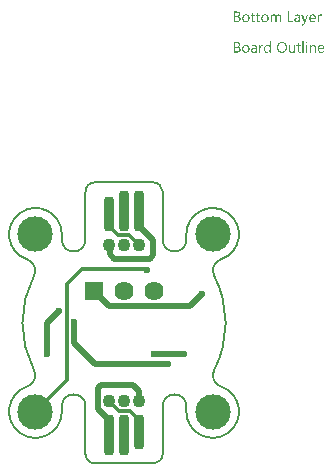
<source format=gbl>
G04*
G04 #@! TF.GenerationSoftware,Altium Limited,Altium Designer,21.8.1 (53)*
G04*
G04 Layer_Physical_Order=2*
G04 Layer_Color=16711680*
%FSAX25Y25*%
%MOIN*%
G70*
G04*
G04 #@! TF.SameCoordinates,3D78823A-5127-4E2D-B847-EBBA5DFBE1E7*
G04*
G04*
G04 #@! TF.FilePolarity,Positive*
G04*
G01*
G75*
%ADD10C,0.01181*%
%ADD13C,0.00787*%
%ADD47C,0.01968*%
%ADD48C,0.06378*%
%ADD49R,0.06378X0.06378*%
%ADD50C,0.11811*%
%ADD51C,0.02362*%
G04:AMPARAMS|DCode=52|XSize=35.43mil|YSize=135.83mil|CornerRadius=13.82mil|HoleSize=0mil|Usage=FLASHONLY|Rotation=180.000|XOffset=0mil|YOffset=0mil|HoleType=Round|Shape=RoundedRectangle|*
%AMROUNDEDRECTD52*
21,1,0.03543,0.10819,0,0,180.0*
21,1,0.00780,0.13583,0,0,180.0*
1,1,0.02764,-0.00390,0.05409*
1,1,0.02764,0.00390,0.05409*
1,1,0.02764,0.00390,-0.05409*
1,1,0.02764,-0.00390,-0.05409*
%
%ADD52ROUNDEDRECTD52*%
G04:AMPARAMS|DCode=53|XSize=35.43mil|YSize=116.14mil|CornerRadius=13.82mil|HoleSize=0mil|Usage=FLASHONLY|Rotation=180.000|XOffset=0mil|YOffset=0mil|HoleType=Round|Shape=RoundedRectangle|*
%AMROUNDEDRECTD53*
21,1,0.03543,0.08850,0,0,180.0*
21,1,0.00780,0.11614,0,0,180.0*
1,1,0.02764,-0.00390,0.04425*
1,1,0.02764,0.00390,0.04425*
1,1,0.02764,0.00390,-0.04425*
1,1,0.02764,-0.00390,-0.04425*
%
%ADD53ROUNDEDRECTD53*%
%ADD54C,0.04331*%
G36*
X0051649Y0128843D02*
X0051705Y0128831D01*
X0051767Y0128819D01*
X0051835Y0128794D01*
X0051915Y0128763D01*
X0051990Y0128720D01*
X0052070Y0128670D01*
X0052144Y0128602D01*
X0052212Y0128515D01*
X0052274Y0128416D01*
X0052330Y0128305D01*
X0052367Y0128163D01*
X0052398Y0128008D01*
X0052404Y0127828D01*
Y0126281D01*
X0052002D01*
Y0127723D01*
Y0127729D01*
Y0127742D01*
Y0127760D01*
Y0127791D01*
X0051996Y0127865D01*
X0051983Y0127952D01*
X0051971Y0128051D01*
X0051946Y0128150D01*
X0051915Y0128243D01*
X0051872Y0128323D01*
X0051866Y0128330D01*
X0051847Y0128354D01*
X0051816Y0128385D01*
X0051767Y0128416D01*
X0051711Y0128453D01*
X0051637Y0128478D01*
X0051544Y0128503D01*
X0051439Y0128509D01*
X0051426D01*
X0051395Y0128503D01*
X0051346Y0128497D01*
X0051284Y0128478D01*
X0051216Y0128453D01*
X0051142Y0128410D01*
X0051067Y0128354D01*
X0050999Y0128274D01*
X0050993Y0128261D01*
X0050974Y0128231D01*
X0050943Y0128181D01*
X0050912Y0128113D01*
X0050875Y0128033D01*
X0050850Y0127940D01*
X0050826Y0127828D01*
X0050820Y0127711D01*
Y0126281D01*
X0050417D01*
Y0127772D01*
Y0127779D01*
Y0127804D01*
X0050411Y0127841D01*
Y0127890D01*
X0050399Y0127946D01*
X0050386Y0128008D01*
X0050368Y0128070D01*
X0050349Y0128144D01*
X0050318Y0128212D01*
X0050281Y0128274D01*
X0050231Y0128336D01*
X0050176Y0128392D01*
X0050114Y0128441D01*
X0050033Y0128478D01*
X0049947Y0128503D01*
X0049848Y0128509D01*
X0049835D01*
X0049804Y0128503D01*
X0049755Y0128497D01*
X0049693Y0128484D01*
X0049625Y0128453D01*
X0049551Y0128416D01*
X0049476Y0128361D01*
X0049408Y0128286D01*
X0049402Y0128274D01*
X0049384Y0128249D01*
X0049353Y0128200D01*
X0049322Y0128131D01*
X0049291Y0128051D01*
X0049260Y0127952D01*
X0049241Y0127841D01*
X0049235Y0127711D01*
Y0126281D01*
X0048833D01*
Y0128794D01*
X0049235D01*
Y0128392D01*
X0049247D01*
X0049253Y0128398D01*
X0049260Y0128410D01*
X0049278Y0128435D01*
X0049297Y0128466D01*
X0049359Y0128534D01*
X0049445Y0128621D01*
X0049557Y0128707D01*
X0049687Y0128775D01*
X0049767Y0128806D01*
X0049848Y0128831D01*
X0049934Y0128843D01*
X0050027Y0128850D01*
X0050071D01*
X0050120Y0128843D01*
X0050182Y0128831D01*
X0050250Y0128812D01*
X0050324Y0128788D01*
X0050399Y0128757D01*
X0050473Y0128707D01*
X0050479Y0128701D01*
X0050504Y0128682D01*
X0050535Y0128651D01*
X0050578Y0128608D01*
X0050621Y0128552D01*
X0050665Y0128491D01*
X0050708Y0128416D01*
X0050739Y0128330D01*
X0050745Y0128336D01*
X0050752Y0128354D01*
X0050770Y0128379D01*
X0050789Y0128410D01*
X0050820Y0128453D01*
X0050857Y0128497D01*
X0050900Y0128540D01*
X0050950Y0128590D01*
X0051005Y0128639D01*
X0051067Y0128682D01*
X0051135Y0128732D01*
X0051210Y0128769D01*
X0051290Y0128800D01*
X0051377Y0128825D01*
X0051476Y0128843D01*
X0051575Y0128850D01*
X0051612D01*
X0051649Y0128843D01*
D02*
G37*
G36*
X0065682Y0128831D02*
X0065756Y0128825D01*
X0065799Y0128812D01*
X0065830Y0128800D01*
Y0128385D01*
X0065824Y0128392D01*
X0065812Y0128398D01*
X0065787Y0128410D01*
X0065756Y0128429D01*
X0065713Y0128441D01*
X0065657Y0128453D01*
X0065595Y0128460D01*
X0065527Y0128466D01*
X0065515D01*
X0065484Y0128460D01*
X0065434Y0128453D01*
X0065378Y0128435D01*
X0065304Y0128404D01*
X0065236Y0128361D01*
X0065162Y0128299D01*
X0065094Y0128218D01*
X0065087Y0128206D01*
X0065069Y0128175D01*
X0065038Y0128119D01*
X0065007Y0128045D01*
X0064976Y0127952D01*
X0064945Y0127834D01*
X0064927Y0127704D01*
X0064920Y0127556D01*
Y0126281D01*
X0064518D01*
Y0128794D01*
X0064920D01*
Y0128274D01*
X0064933D01*
Y0128280D01*
X0064939Y0128286D01*
X0064951Y0128317D01*
X0064970Y0128367D01*
X0065001Y0128429D01*
X0065032Y0128491D01*
X0065081Y0128559D01*
X0065131Y0128627D01*
X0065193Y0128689D01*
X0065199Y0128695D01*
X0065224Y0128713D01*
X0065261Y0128738D01*
X0065310Y0128763D01*
X0065366Y0128788D01*
X0065434Y0128812D01*
X0065509Y0128831D01*
X0065589Y0128837D01*
X0065645D01*
X0065682Y0128831D01*
D02*
G37*
G36*
X0060303Y0125878D02*
X0060296Y0125872D01*
X0060290Y0125847D01*
X0060272Y0125804D01*
X0060247Y0125755D01*
X0060216Y0125699D01*
X0060173Y0125631D01*
X0060129Y0125563D01*
X0060080Y0125488D01*
X0060018Y0125414D01*
X0059956Y0125346D01*
X0059882Y0125278D01*
X0059801Y0125222D01*
X0059721Y0125173D01*
X0059628Y0125129D01*
X0059535Y0125105D01*
X0059430Y0125098D01*
X0059374D01*
X0059337Y0125105D01*
X0059257Y0125117D01*
X0059170Y0125136D01*
Y0125495D01*
X0059176D01*
X0059195Y0125488D01*
X0059219Y0125482D01*
X0059250Y0125476D01*
X0059325Y0125458D01*
X0059405Y0125451D01*
X0059417D01*
X0059455Y0125458D01*
X0059510Y0125470D01*
X0059578Y0125495D01*
X0059653Y0125538D01*
X0059690Y0125569D01*
X0059727Y0125606D01*
X0059764Y0125643D01*
X0059801Y0125693D01*
X0059832Y0125748D01*
X0059863Y0125810D01*
X0060067Y0126281D01*
X0059083Y0128794D01*
X0059529D01*
X0060210Y0126856D01*
Y0126850D01*
X0060216Y0126838D01*
X0060222Y0126819D01*
X0060228Y0126795D01*
X0060235Y0126757D01*
X0060247Y0126720D01*
X0060259Y0126664D01*
X0060278D01*
Y0126677D01*
X0060290Y0126714D01*
X0060303Y0126770D01*
X0060327Y0126850D01*
X0061039Y0128794D01*
X0061454D01*
X0060303Y0125878D01*
D02*
G37*
G36*
X0057895Y0128843D02*
X0057951Y0128837D01*
X0058019Y0128819D01*
X0058093Y0128800D01*
X0058173Y0128769D01*
X0058260Y0128732D01*
X0058340Y0128682D01*
X0058421Y0128621D01*
X0058495Y0128546D01*
X0058563Y0128453D01*
X0058619Y0128348D01*
X0058662Y0128224D01*
X0058687Y0128082D01*
X0058700Y0127915D01*
Y0126281D01*
X0058297D01*
Y0126671D01*
X0058285D01*
Y0126664D01*
X0058272Y0126652D01*
X0058260Y0126627D01*
X0058235Y0126603D01*
X0058173Y0126528D01*
X0058093Y0126448D01*
X0057981Y0126367D01*
X0057851Y0126293D01*
X0057771Y0126268D01*
X0057691Y0126244D01*
X0057604Y0126231D01*
X0057511Y0126225D01*
X0057474D01*
X0057449Y0126231D01*
X0057381Y0126237D01*
X0057301Y0126250D01*
X0057201Y0126275D01*
X0057109Y0126305D01*
X0057010Y0126355D01*
X0056923Y0126417D01*
X0056917Y0126429D01*
X0056892Y0126454D01*
X0056855Y0126497D01*
X0056818Y0126559D01*
X0056781Y0126634D01*
X0056743Y0126720D01*
X0056719Y0126825D01*
X0056713Y0126943D01*
Y0126949D01*
Y0126974D01*
X0056719Y0127011D01*
X0056725Y0127055D01*
X0056737Y0127110D01*
X0056756Y0127172D01*
X0056781Y0127240D01*
X0056818Y0127308D01*
X0056861Y0127383D01*
X0056917Y0127457D01*
X0056985Y0127525D01*
X0057065Y0127587D01*
X0057158Y0127649D01*
X0057270Y0127698D01*
X0057393Y0127735D01*
X0057542Y0127766D01*
X0058297Y0127872D01*
Y0127878D01*
Y0127896D01*
X0058291Y0127934D01*
Y0127971D01*
X0058279Y0128020D01*
X0058272Y0128076D01*
X0058235Y0128193D01*
X0058204Y0128249D01*
X0058173Y0128305D01*
X0058130Y0128361D01*
X0058081Y0128410D01*
X0058019Y0128453D01*
X0057951Y0128484D01*
X0057870Y0128503D01*
X0057777Y0128509D01*
X0057734D01*
X0057703Y0128503D01*
X0057660D01*
X0057616Y0128491D01*
X0057505Y0128472D01*
X0057381Y0128435D01*
X0057245Y0128379D01*
X0057170Y0128342D01*
X0057102Y0128305D01*
X0057028Y0128255D01*
X0056960Y0128200D01*
Y0128614D01*
X0056966D01*
X0056979Y0128627D01*
X0056997Y0128639D01*
X0057028Y0128651D01*
X0057059Y0128670D01*
X0057102Y0128689D01*
X0057152Y0128707D01*
X0057208Y0128732D01*
X0057332Y0128775D01*
X0057480Y0128812D01*
X0057641Y0128837D01*
X0057814Y0128850D01*
X0057851D01*
X0057895Y0128843D01*
D02*
G37*
G36*
X0055004Y0126652D02*
X0056415D01*
Y0126281D01*
X0054589D01*
Y0129797D01*
X0055004D01*
Y0126652D01*
D02*
G37*
G36*
X0037790Y0129790D02*
X0037833D01*
X0037876Y0129784D01*
X0037975Y0129772D01*
X0038093Y0129741D01*
X0038217Y0129704D01*
X0038334Y0129648D01*
X0038440Y0129574D01*
X0038446D01*
X0038452Y0129561D01*
X0038483Y0129537D01*
X0038526Y0129487D01*
X0038576Y0129419D01*
X0038619Y0129332D01*
X0038662Y0129233D01*
X0038693Y0129122D01*
X0038706Y0129060D01*
Y0128992D01*
Y0128986D01*
Y0128980D01*
Y0128942D01*
X0038700Y0128887D01*
X0038687Y0128819D01*
X0038669Y0128732D01*
X0038638Y0128645D01*
X0038601Y0128559D01*
X0038545Y0128472D01*
X0038539Y0128460D01*
X0038514Y0128435D01*
X0038477Y0128398D01*
X0038427Y0128348D01*
X0038365Y0128299D01*
X0038291Y0128243D01*
X0038198Y0128200D01*
X0038099Y0128156D01*
Y0128150D01*
X0038118D01*
X0038136Y0128144D01*
X0038155Y0128138D01*
X0038223Y0128125D01*
X0038303Y0128101D01*
X0038390Y0128063D01*
X0038483Y0128020D01*
X0038576Y0127958D01*
X0038662Y0127878D01*
X0038675Y0127865D01*
X0038700Y0127834D01*
X0038730Y0127791D01*
X0038774Y0127723D01*
X0038811Y0127636D01*
X0038848Y0127537D01*
X0038873Y0127420D01*
X0038879Y0127290D01*
Y0127284D01*
Y0127271D01*
Y0127246D01*
X0038873Y0127215D01*
X0038867Y0127178D01*
X0038860Y0127135D01*
X0038836Y0127030D01*
X0038799Y0126912D01*
X0038743Y0126788D01*
X0038706Y0126733D01*
X0038662Y0126671D01*
X0038607Y0126615D01*
X0038551Y0126559D01*
X0038545D01*
X0038539Y0126547D01*
X0038520Y0126534D01*
X0038495Y0126516D01*
X0038464Y0126497D01*
X0038421Y0126473D01*
X0038328Y0126423D01*
X0038211Y0126367D01*
X0038074Y0126324D01*
X0037914Y0126293D01*
X0037833Y0126287D01*
X0037740Y0126281D01*
X0036713D01*
Y0129797D01*
X0037759D01*
X0037790Y0129790D01*
D02*
G37*
G36*
X0044716Y0128794D02*
X0045354D01*
Y0128447D01*
X0044716D01*
Y0127030D01*
Y0127017D01*
Y0126986D01*
X0044722Y0126943D01*
X0044729Y0126887D01*
X0044753Y0126770D01*
X0044772Y0126714D01*
X0044803Y0126671D01*
X0044809Y0126664D01*
X0044822Y0126652D01*
X0044840Y0126640D01*
X0044871Y0126621D01*
X0044908Y0126596D01*
X0044958Y0126584D01*
X0045020Y0126572D01*
X0045088Y0126566D01*
X0045112D01*
X0045143Y0126572D01*
X0045180Y0126578D01*
X0045267Y0126603D01*
X0045311Y0126621D01*
X0045354Y0126646D01*
Y0126299D01*
X0045348D01*
X0045329Y0126287D01*
X0045298Y0126281D01*
X0045255Y0126268D01*
X0045199Y0126256D01*
X0045137Y0126244D01*
X0045063Y0126237D01*
X0044976Y0126231D01*
X0044945D01*
X0044914Y0126237D01*
X0044871Y0126244D01*
X0044822Y0126256D01*
X0044766Y0126268D01*
X0044710Y0126293D01*
X0044648Y0126324D01*
X0044586Y0126361D01*
X0044524Y0126411D01*
X0044469Y0126466D01*
X0044419Y0126541D01*
X0044376Y0126621D01*
X0044345Y0126720D01*
X0044320Y0126832D01*
X0044314Y0126962D01*
Y0128447D01*
X0043887D01*
Y0128794D01*
X0044314D01*
Y0129407D01*
X0044716Y0129537D01*
Y0128794D01*
D02*
G37*
G36*
X0043014D02*
X0043652D01*
Y0128447D01*
X0043014D01*
Y0127030D01*
Y0127017D01*
Y0126986D01*
X0043020Y0126943D01*
X0043026Y0126887D01*
X0043051Y0126770D01*
X0043070Y0126714D01*
X0043101Y0126671D01*
X0043107Y0126664D01*
X0043119Y0126652D01*
X0043138Y0126640D01*
X0043169Y0126621D01*
X0043206Y0126596D01*
X0043255Y0126584D01*
X0043317Y0126572D01*
X0043385Y0126566D01*
X0043410D01*
X0043441Y0126572D01*
X0043478Y0126578D01*
X0043565Y0126603D01*
X0043608Y0126621D01*
X0043652Y0126646D01*
Y0126299D01*
X0043645D01*
X0043627Y0126287D01*
X0043596Y0126281D01*
X0043553Y0126268D01*
X0043497Y0126256D01*
X0043435Y0126244D01*
X0043361Y0126237D01*
X0043274Y0126231D01*
X0043243D01*
X0043212Y0126237D01*
X0043169Y0126244D01*
X0043119Y0126256D01*
X0043064Y0126268D01*
X0043008Y0126293D01*
X0042946Y0126324D01*
X0042884Y0126361D01*
X0042822Y0126411D01*
X0042766Y0126466D01*
X0042717Y0126541D01*
X0042674Y0126621D01*
X0042643Y0126720D01*
X0042618Y0126832D01*
X0042612Y0126962D01*
Y0128447D01*
X0042185D01*
Y0128794D01*
X0042612D01*
Y0129407D01*
X0043014Y0129537D01*
Y0128794D01*
D02*
G37*
G36*
X0062958Y0128843D02*
X0063002Y0128837D01*
X0063045Y0128831D01*
X0063156Y0128812D01*
X0063280Y0128769D01*
X0063404Y0128713D01*
X0063466Y0128676D01*
X0063528Y0128633D01*
X0063583Y0128583D01*
X0063639Y0128528D01*
X0063645Y0128522D01*
X0063652Y0128515D01*
X0063664Y0128497D01*
X0063682Y0128472D01*
X0063701Y0128435D01*
X0063726Y0128398D01*
X0063750Y0128354D01*
X0063775Y0128299D01*
X0063800Y0128237D01*
X0063825Y0128175D01*
X0063850Y0128101D01*
X0063868Y0128020D01*
X0063887Y0127934D01*
X0063899Y0127847D01*
X0063911Y0127748D01*
Y0127643D01*
Y0127432D01*
X0062135D01*
Y0127426D01*
Y0127413D01*
Y0127395D01*
X0062141Y0127364D01*
X0062147Y0127327D01*
Y0127290D01*
X0062166Y0127191D01*
X0062197Y0127092D01*
X0062234Y0126980D01*
X0062290Y0126875D01*
X0062358Y0126782D01*
X0062370Y0126770D01*
X0062395Y0126745D01*
X0062444Y0126714D01*
X0062512Y0126671D01*
X0062599Y0126627D01*
X0062698Y0126596D01*
X0062816Y0126572D01*
X0062952Y0126559D01*
X0062995D01*
X0063026Y0126566D01*
X0063063D01*
X0063107Y0126572D01*
X0063212Y0126596D01*
X0063330Y0126627D01*
X0063460Y0126677D01*
X0063596Y0126745D01*
X0063664Y0126788D01*
X0063732Y0126838D01*
Y0126460D01*
X0063726D01*
X0063720Y0126448D01*
X0063701Y0126442D01*
X0063670Y0126423D01*
X0063639Y0126405D01*
X0063602Y0126386D01*
X0063552Y0126367D01*
X0063503Y0126343D01*
X0063441Y0126318D01*
X0063373Y0126299D01*
X0063224Y0126262D01*
X0063051Y0126237D01*
X0062859Y0126225D01*
X0062810D01*
X0062773Y0126231D01*
X0062729Y0126237D01*
X0062673Y0126244D01*
X0062556Y0126268D01*
X0062420Y0126305D01*
X0062283Y0126367D01*
X0062215Y0126411D01*
X0062147Y0126454D01*
X0062085Y0126504D01*
X0062024Y0126566D01*
X0062017Y0126572D01*
X0062011Y0126584D01*
X0061999Y0126603D01*
X0061974Y0126627D01*
X0061955Y0126664D01*
X0061931Y0126708D01*
X0061900Y0126757D01*
X0061875Y0126813D01*
X0061844Y0126875D01*
X0061819Y0126949D01*
X0061788Y0127030D01*
X0061770Y0127116D01*
X0061751Y0127209D01*
X0061733Y0127308D01*
X0061726Y0127413D01*
X0061720Y0127525D01*
Y0127531D01*
Y0127550D01*
Y0127581D01*
X0061726Y0127624D01*
X0061733Y0127673D01*
X0061739Y0127729D01*
X0061745Y0127797D01*
X0061764Y0127865D01*
X0061801Y0128014D01*
X0061856Y0128175D01*
X0061893Y0128255D01*
X0061943Y0128330D01*
X0061993Y0128410D01*
X0062048Y0128478D01*
X0062054Y0128484D01*
X0062067Y0128497D01*
X0062085Y0128515D01*
X0062110Y0128534D01*
X0062141Y0128565D01*
X0062178Y0128596D01*
X0062228Y0128627D01*
X0062277Y0128664D01*
X0062395Y0128732D01*
X0062537Y0128794D01*
X0062618Y0128812D01*
X0062698Y0128831D01*
X0062785Y0128843D01*
X0062878Y0128850D01*
X0062927D01*
X0062958Y0128843D01*
D02*
G37*
G36*
X0047093D02*
X0047137Y0128837D01*
X0047192Y0128831D01*
X0047316Y0128806D01*
X0047458Y0128763D01*
X0047601Y0128701D01*
X0047675Y0128664D01*
X0047743Y0128621D01*
X0047811Y0128565D01*
X0047873Y0128503D01*
X0047879Y0128497D01*
X0047886Y0128484D01*
X0047904Y0128466D01*
X0047923Y0128441D01*
X0047947Y0128404D01*
X0047972Y0128361D01*
X0048003Y0128311D01*
X0048034Y0128255D01*
X0048059Y0128187D01*
X0048090Y0128119D01*
X0048115Y0128039D01*
X0048139Y0127952D01*
X0048158Y0127859D01*
X0048177Y0127760D01*
X0048183Y0127655D01*
X0048189Y0127543D01*
Y0127537D01*
Y0127519D01*
Y0127488D01*
X0048183Y0127445D01*
X0048177Y0127395D01*
X0048170Y0127333D01*
X0048158Y0127271D01*
X0048145Y0127197D01*
X0048108Y0127048D01*
X0048046Y0126887D01*
X0048009Y0126807D01*
X0047960Y0126726D01*
X0047910Y0126652D01*
X0047848Y0126584D01*
X0047842Y0126578D01*
X0047830Y0126572D01*
X0047811Y0126553D01*
X0047787Y0126528D01*
X0047749Y0126504D01*
X0047712Y0126473D01*
X0047663Y0126435D01*
X0047607Y0126405D01*
X0047545Y0126374D01*
X0047477Y0126336D01*
X0047403Y0126305D01*
X0047322Y0126281D01*
X0047236Y0126256D01*
X0047143Y0126244D01*
X0047044Y0126231D01*
X0046938Y0126225D01*
X0046883D01*
X0046846Y0126231D01*
X0046802Y0126237D01*
X0046747Y0126244D01*
X0046685Y0126256D01*
X0046617Y0126268D01*
X0046474Y0126312D01*
X0046326Y0126374D01*
X0046251Y0126411D01*
X0046183Y0126460D01*
X0046115Y0126510D01*
X0046047Y0126572D01*
X0046041Y0126578D01*
X0046035Y0126590D01*
X0046016Y0126609D01*
X0045998Y0126634D01*
X0045973Y0126671D01*
X0045942Y0126714D01*
X0045911Y0126764D01*
X0045886Y0126819D01*
X0045855Y0126887D01*
X0045824Y0126955D01*
X0045793Y0127030D01*
X0045769Y0127116D01*
X0045731Y0127302D01*
X0045725Y0127401D01*
X0045719Y0127506D01*
Y0127513D01*
Y0127537D01*
Y0127568D01*
X0045725Y0127612D01*
X0045731Y0127661D01*
X0045738Y0127723D01*
X0045750Y0127791D01*
X0045762Y0127865D01*
X0045799Y0128026D01*
X0045861Y0128187D01*
X0045905Y0128268D01*
X0045948Y0128348D01*
X0045998Y0128422D01*
X0046060Y0128491D01*
X0046066Y0128497D01*
X0046078Y0128509D01*
X0046097Y0128522D01*
X0046121Y0128546D01*
X0046158Y0128571D01*
X0046202Y0128602D01*
X0046251Y0128639D01*
X0046307Y0128670D01*
X0046369Y0128701D01*
X0046443Y0128738D01*
X0046518Y0128769D01*
X0046604Y0128794D01*
X0046691Y0128819D01*
X0046790Y0128837D01*
X0046895Y0128843D01*
X0047000Y0128850D01*
X0047056D01*
X0047093Y0128843D01*
D02*
G37*
G36*
X0040742D02*
X0040786Y0128837D01*
X0040841Y0128831D01*
X0040965Y0128806D01*
X0041107Y0128763D01*
X0041250Y0128701D01*
X0041324Y0128664D01*
X0041392Y0128621D01*
X0041460Y0128565D01*
X0041522Y0128503D01*
X0041528Y0128497D01*
X0041535Y0128484D01*
X0041553Y0128466D01*
X0041572Y0128441D01*
X0041596Y0128404D01*
X0041621Y0128361D01*
X0041652Y0128311D01*
X0041683Y0128255D01*
X0041708Y0128187D01*
X0041739Y0128119D01*
X0041764Y0128039D01*
X0041788Y0127952D01*
X0041807Y0127859D01*
X0041826Y0127760D01*
X0041832Y0127655D01*
X0041838Y0127543D01*
Y0127537D01*
Y0127519D01*
Y0127488D01*
X0041832Y0127445D01*
X0041826Y0127395D01*
X0041819Y0127333D01*
X0041807Y0127271D01*
X0041795Y0127197D01*
X0041757Y0127048D01*
X0041695Y0126887D01*
X0041658Y0126807D01*
X0041609Y0126726D01*
X0041559Y0126652D01*
X0041497Y0126584D01*
X0041491Y0126578D01*
X0041479Y0126572D01*
X0041460Y0126553D01*
X0041436Y0126528D01*
X0041398Y0126504D01*
X0041361Y0126473D01*
X0041312Y0126435D01*
X0041256Y0126405D01*
X0041194Y0126374D01*
X0041126Y0126336D01*
X0041052Y0126305D01*
X0040971Y0126281D01*
X0040885Y0126256D01*
X0040792Y0126244D01*
X0040693Y0126231D01*
X0040587Y0126225D01*
X0040532D01*
X0040495Y0126231D01*
X0040451Y0126237D01*
X0040396Y0126244D01*
X0040334Y0126256D01*
X0040266Y0126268D01*
X0040123Y0126312D01*
X0039975Y0126374D01*
X0039900Y0126411D01*
X0039832Y0126460D01*
X0039764Y0126510D01*
X0039696Y0126572D01*
X0039690Y0126578D01*
X0039684Y0126590D01*
X0039665Y0126609D01*
X0039647Y0126634D01*
X0039622Y0126671D01*
X0039591Y0126714D01*
X0039560Y0126764D01*
X0039535Y0126819D01*
X0039504Y0126887D01*
X0039473Y0126955D01*
X0039442Y0127030D01*
X0039418Y0127116D01*
X0039380Y0127302D01*
X0039374Y0127401D01*
X0039368Y0127506D01*
Y0127513D01*
Y0127537D01*
Y0127568D01*
X0039374Y0127612D01*
X0039380Y0127661D01*
X0039387Y0127723D01*
X0039399Y0127791D01*
X0039411Y0127865D01*
X0039449Y0128026D01*
X0039511Y0128187D01*
X0039554Y0128268D01*
X0039597Y0128348D01*
X0039647Y0128422D01*
X0039709Y0128491D01*
X0039715Y0128497D01*
X0039727Y0128509D01*
X0039746Y0128522D01*
X0039770Y0128546D01*
X0039808Y0128571D01*
X0039851Y0128602D01*
X0039900Y0128639D01*
X0039956Y0128670D01*
X0040018Y0128701D01*
X0040092Y0128738D01*
X0040167Y0128769D01*
X0040253Y0128794D01*
X0040340Y0128819D01*
X0040439Y0128837D01*
X0040544Y0128843D01*
X0040649Y0128850D01*
X0040705D01*
X0040742Y0128843D01*
D02*
G37*
G36*
X0060922Y0119764D02*
X0060946D01*
X0061002Y0119739D01*
X0061033Y0119720D01*
X0061064Y0119695D01*
X0061070Y0119689D01*
X0061076Y0119683D01*
X0061107Y0119646D01*
X0061132Y0119584D01*
X0061138Y0119547D01*
X0061145Y0119510D01*
Y0119503D01*
Y0119491D01*
X0061138Y0119473D01*
X0061132Y0119448D01*
X0061114Y0119386D01*
X0061089Y0119355D01*
X0061064Y0119324D01*
X0061058D01*
X0061052Y0119312D01*
X0061014Y0119287D01*
X0060959Y0119262D01*
X0060922Y0119256D01*
X0060884Y0119250D01*
X0060866D01*
X0060847Y0119256D01*
X0060823D01*
X0060761Y0119281D01*
X0060730Y0119293D01*
X0060699Y0119318D01*
Y0119324D01*
X0060686Y0119330D01*
X0060674Y0119349D01*
X0060662Y0119367D01*
X0060637Y0119429D01*
X0060631Y0119466D01*
X0060625Y0119510D01*
Y0119516D01*
Y0119528D01*
X0060631Y0119547D01*
X0060637Y0119578D01*
X0060655Y0119633D01*
X0060674Y0119665D01*
X0060699Y0119695D01*
X0060705Y0119702D01*
X0060711Y0119708D01*
X0060748Y0119733D01*
X0060810Y0119757D01*
X0060847Y0119770D01*
X0060903D01*
X0060922Y0119764D01*
D02*
G37*
G36*
X0048932Y0116099D02*
X0048529D01*
Y0116520D01*
X0048517D01*
Y0116514D01*
X0048504Y0116501D01*
X0048486Y0116477D01*
X0048467Y0116446D01*
X0048436Y0116409D01*
X0048399Y0116371D01*
X0048356Y0116328D01*
X0048307Y0116285D01*
X0048251Y0116235D01*
X0048183Y0116192D01*
X0048115Y0116155D01*
X0048034Y0116118D01*
X0047954Y0116087D01*
X0047861Y0116062D01*
X0047762Y0116050D01*
X0047657Y0116043D01*
X0047613D01*
X0047576Y0116050D01*
X0047539Y0116056D01*
X0047489Y0116062D01*
X0047384Y0116087D01*
X0047260Y0116124D01*
X0047137Y0116186D01*
X0047069Y0116223D01*
X0047013Y0116266D01*
X0046951Y0116322D01*
X0046895Y0116378D01*
Y0116384D01*
X0046883Y0116396D01*
X0046870Y0116415D01*
X0046852Y0116439D01*
X0046833Y0116470D01*
X0046808Y0116514D01*
X0046784Y0116563D01*
X0046759Y0116619D01*
X0046728Y0116681D01*
X0046703Y0116749D01*
X0046679Y0116823D01*
X0046660Y0116904D01*
X0046641Y0116990D01*
X0046629Y0117089D01*
X0046623Y0117189D01*
X0046617Y0117294D01*
Y0117300D01*
Y0117318D01*
Y0117356D01*
X0046623Y0117399D01*
X0046629Y0117448D01*
X0046635Y0117510D01*
X0046641Y0117578D01*
X0046654Y0117653D01*
X0046691Y0117814D01*
X0046747Y0117981D01*
X0046784Y0118061D01*
X0046827Y0118142D01*
X0046870Y0118216D01*
X0046926Y0118290D01*
X0046932Y0118297D01*
X0046938Y0118309D01*
X0046957Y0118327D01*
X0046982Y0118352D01*
X0047013Y0118377D01*
X0047056Y0118408D01*
X0047099Y0118445D01*
X0047149Y0118482D01*
X0047273Y0118550D01*
X0047415Y0118612D01*
X0047496Y0118631D01*
X0047582Y0118649D01*
X0047669Y0118662D01*
X0047768Y0118668D01*
X0047818D01*
X0047855Y0118662D01*
X0047892Y0118656D01*
X0047941Y0118649D01*
X0048053Y0118618D01*
X0048177Y0118569D01*
X0048238Y0118538D01*
X0048300Y0118495D01*
X0048362Y0118451D01*
X0048418Y0118395D01*
X0048467Y0118334D01*
X0048517Y0118259D01*
X0048529D01*
Y0119819D01*
X0048932D01*
Y0116099D01*
D02*
G37*
G36*
X0063200Y0118662D02*
X0063274Y0118656D01*
X0063367Y0118637D01*
X0063466Y0118606D01*
X0063571Y0118556D01*
X0063676Y0118488D01*
X0063720Y0118451D01*
X0063763Y0118402D01*
X0063775Y0118389D01*
X0063800Y0118352D01*
X0063831Y0118290D01*
X0063874Y0118204D01*
X0063911Y0118098D01*
X0063949Y0117968D01*
X0063973Y0117814D01*
X0063980Y0117634D01*
Y0116099D01*
X0063577D01*
Y0117529D01*
Y0117535D01*
Y0117566D01*
X0063571Y0117603D01*
Y0117653D01*
X0063559Y0117715D01*
X0063546Y0117783D01*
X0063528Y0117857D01*
X0063503Y0117931D01*
X0063472Y0118006D01*
X0063435Y0118074D01*
X0063385Y0118142D01*
X0063330Y0118204D01*
X0063268Y0118253D01*
X0063187Y0118290D01*
X0063101Y0118321D01*
X0062995Y0118327D01*
X0062983D01*
X0062946Y0118321D01*
X0062890Y0118315D01*
X0062822Y0118297D01*
X0062742Y0118272D01*
X0062655Y0118228D01*
X0062574Y0118173D01*
X0062494Y0118098D01*
X0062488Y0118086D01*
X0062463Y0118061D01*
X0062432Y0118012D01*
X0062395Y0117944D01*
X0062358Y0117863D01*
X0062327Y0117764D01*
X0062302Y0117653D01*
X0062296Y0117529D01*
Y0116099D01*
X0061893D01*
Y0118612D01*
X0062296D01*
Y0118191D01*
X0062308D01*
X0062314Y0118197D01*
X0062321Y0118210D01*
X0062339Y0118235D01*
X0062364Y0118265D01*
X0062389Y0118303D01*
X0062426Y0118340D01*
X0062469Y0118383D01*
X0062519Y0118433D01*
X0062574Y0118476D01*
X0062636Y0118519D01*
X0062704Y0118556D01*
X0062779Y0118594D01*
X0062853Y0118624D01*
X0062940Y0118649D01*
X0063033Y0118662D01*
X0063131Y0118668D01*
X0063169D01*
X0063200Y0118662D01*
D02*
G37*
G36*
X0046202Y0118649D02*
X0046276Y0118643D01*
X0046319Y0118631D01*
X0046350Y0118618D01*
Y0118204D01*
X0046344Y0118210D01*
X0046332Y0118216D01*
X0046307Y0118228D01*
X0046276Y0118247D01*
X0046233Y0118259D01*
X0046177Y0118272D01*
X0046115Y0118278D01*
X0046047Y0118284D01*
X0046035D01*
X0046004Y0118278D01*
X0045954Y0118272D01*
X0045899Y0118253D01*
X0045824Y0118222D01*
X0045756Y0118179D01*
X0045682Y0118117D01*
X0045614Y0118036D01*
X0045608Y0118024D01*
X0045589Y0117993D01*
X0045558Y0117938D01*
X0045527Y0117863D01*
X0045496Y0117770D01*
X0045465Y0117653D01*
X0045447Y0117523D01*
X0045441Y0117374D01*
Y0116099D01*
X0045038D01*
Y0118612D01*
X0045441D01*
Y0118092D01*
X0045453D01*
Y0118098D01*
X0045459Y0118105D01*
X0045471Y0118135D01*
X0045490Y0118185D01*
X0045521Y0118247D01*
X0045552Y0118309D01*
X0045601Y0118377D01*
X0045651Y0118445D01*
X0045713Y0118507D01*
X0045719Y0118513D01*
X0045744Y0118532D01*
X0045781Y0118556D01*
X0045831Y0118581D01*
X0045886Y0118606D01*
X0045954Y0118631D01*
X0046029Y0118649D01*
X0046109Y0118656D01*
X0046165D01*
X0046202Y0118649D01*
D02*
G37*
G36*
X0056941Y0116099D02*
X0056539D01*
Y0116495D01*
X0056527D01*
Y0116489D01*
X0056514Y0116477D01*
X0056502Y0116452D01*
X0056477Y0116427D01*
X0056422Y0116353D01*
X0056335Y0116272D01*
X0056285Y0116229D01*
X0056230Y0116186D01*
X0056168Y0116149D01*
X0056094Y0116111D01*
X0056019Y0116087D01*
X0055939Y0116062D01*
X0055846Y0116050D01*
X0055753Y0116043D01*
X0055716D01*
X0055673Y0116050D01*
X0055611Y0116062D01*
X0055543Y0116074D01*
X0055468Y0116099D01*
X0055388Y0116130D01*
X0055307Y0116180D01*
X0055221Y0116235D01*
X0055140Y0116303D01*
X0055066Y0116390D01*
X0054998Y0116495D01*
X0054936Y0116613D01*
X0054893Y0116755D01*
X0054868Y0116922D01*
X0054856Y0117009D01*
Y0117108D01*
Y0118612D01*
X0055252D01*
Y0117170D01*
Y0117164D01*
Y0117139D01*
X0055258Y0117096D01*
X0055264Y0117046D01*
X0055270Y0116984D01*
X0055283Y0116922D01*
X0055301Y0116848D01*
X0055326Y0116774D01*
X0055363Y0116700D01*
X0055400Y0116631D01*
X0055450Y0116563D01*
X0055512Y0116501D01*
X0055580Y0116452D01*
X0055660Y0116415D01*
X0055759Y0116384D01*
X0055864Y0116378D01*
X0055877D01*
X0055914Y0116384D01*
X0055970Y0116390D01*
X0056032Y0116402D01*
X0056112Y0116433D01*
X0056192Y0116470D01*
X0056273Y0116520D01*
X0056347Y0116594D01*
X0056353Y0116607D01*
X0056378Y0116631D01*
X0056409Y0116681D01*
X0056446Y0116749D01*
X0056477Y0116829D01*
X0056508Y0116929D01*
X0056533Y0117040D01*
X0056539Y0117164D01*
Y0118612D01*
X0056941D01*
Y0116099D01*
D02*
G37*
G36*
X0061076D02*
X0060674D01*
Y0118612D01*
X0061076D01*
Y0116099D01*
D02*
G37*
G36*
X0059857D02*
X0059455D01*
Y0119819D01*
X0059857D01*
Y0116099D01*
D02*
G37*
G36*
X0043478Y0118662D02*
X0043534Y0118656D01*
X0043602Y0118637D01*
X0043676Y0118618D01*
X0043757Y0118587D01*
X0043843Y0118550D01*
X0043924Y0118501D01*
X0044004Y0118439D01*
X0044079Y0118365D01*
X0044147Y0118272D01*
X0044203Y0118166D01*
X0044246Y0118043D01*
X0044271Y0117900D01*
X0044283Y0117733D01*
Y0116099D01*
X0043881D01*
Y0116489D01*
X0043868D01*
Y0116483D01*
X0043856Y0116470D01*
X0043843Y0116446D01*
X0043819Y0116421D01*
X0043757Y0116347D01*
X0043676Y0116266D01*
X0043565Y0116186D01*
X0043435Y0116111D01*
X0043354Y0116087D01*
X0043274Y0116062D01*
X0043187Y0116050D01*
X0043095Y0116043D01*
X0043057D01*
X0043033Y0116050D01*
X0042965Y0116056D01*
X0042884Y0116068D01*
X0042785Y0116093D01*
X0042692Y0116124D01*
X0042593Y0116173D01*
X0042506Y0116235D01*
X0042500Y0116248D01*
X0042476Y0116272D01*
X0042438Y0116316D01*
X0042401Y0116378D01*
X0042364Y0116452D01*
X0042327Y0116539D01*
X0042302Y0116644D01*
X0042296Y0116761D01*
Y0116768D01*
Y0116792D01*
X0042302Y0116829D01*
X0042308Y0116873D01*
X0042321Y0116929D01*
X0042339Y0116990D01*
X0042364Y0117059D01*
X0042401Y0117127D01*
X0042445Y0117201D01*
X0042500Y0117275D01*
X0042568Y0117343D01*
X0042649Y0117405D01*
X0042742Y0117467D01*
X0042853Y0117517D01*
X0042977Y0117554D01*
X0043125Y0117585D01*
X0043881Y0117690D01*
Y0117696D01*
Y0117715D01*
X0043874Y0117752D01*
Y0117789D01*
X0043862Y0117838D01*
X0043856Y0117894D01*
X0043819Y0118012D01*
X0043788Y0118068D01*
X0043757Y0118123D01*
X0043714Y0118179D01*
X0043664Y0118228D01*
X0043602Y0118272D01*
X0043534Y0118303D01*
X0043453Y0118321D01*
X0043361Y0118327D01*
X0043317D01*
X0043286Y0118321D01*
X0043243D01*
X0043200Y0118309D01*
X0043088Y0118290D01*
X0042965Y0118253D01*
X0042828Y0118197D01*
X0042754Y0118160D01*
X0042686Y0118123D01*
X0042612Y0118074D01*
X0042544Y0118018D01*
Y0118433D01*
X0042550D01*
X0042562Y0118445D01*
X0042581Y0118457D01*
X0042612Y0118470D01*
X0042643Y0118488D01*
X0042686Y0118507D01*
X0042735Y0118526D01*
X0042791Y0118550D01*
X0042915Y0118594D01*
X0043064Y0118631D01*
X0043224Y0118656D01*
X0043398Y0118668D01*
X0043435D01*
X0043478Y0118662D01*
D02*
G37*
G36*
X0037790Y0119609D02*
X0037833D01*
X0037876Y0119603D01*
X0037975Y0119590D01*
X0038093Y0119559D01*
X0038217Y0119522D01*
X0038334Y0119466D01*
X0038440Y0119392D01*
X0038446D01*
X0038452Y0119380D01*
X0038483Y0119355D01*
X0038526Y0119305D01*
X0038576Y0119237D01*
X0038619Y0119151D01*
X0038662Y0119052D01*
X0038693Y0118940D01*
X0038706Y0118878D01*
Y0118810D01*
Y0118804D01*
Y0118798D01*
Y0118761D01*
X0038700Y0118705D01*
X0038687Y0118637D01*
X0038669Y0118550D01*
X0038638Y0118464D01*
X0038601Y0118377D01*
X0038545Y0118290D01*
X0038539Y0118278D01*
X0038514Y0118253D01*
X0038477Y0118216D01*
X0038427Y0118166D01*
X0038365Y0118117D01*
X0038291Y0118061D01*
X0038198Y0118018D01*
X0038099Y0117975D01*
Y0117968D01*
X0038118D01*
X0038136Y0117962D01*
X0038155Y0117956D01*
X0038223Y0117944D01*
X0038303Y0117919D01*
X0038390Y0117882D01*
X0038483Y0117838D01*
X0038576Y0117777D01*
X0038662Y0117696D01*
X0038675Y0117684D01*
X0038700Y0117653D01*
X0038730Y0117609D01*
X0038774Y0117541D01*
X0038811Y0117455D01*
X0038848Y0117356D01*
X0038873Y0117238D01*
X0038879Y0117108D01*
Y0117102D01*
Y0117089D01*
Y0117065D01*
X0038873Y0117034D01*
X0038867Y0116997D01*
X0038860Y0116953D01*
X0038836Y0116848D01*
X0038799Y0116730D01*
X0038743Y0116607D01*
X0038706Y0116551D01*
X0038662Y0116489D01*
X0038607Y0116433D01*
X0038551Y0116378D01*
X0038545D01*
X0038539Y0116365D01*
X0038520Y0116353D01*
X0038495Y0116334D01*
X0038464Y0116316D01*
X0038421Y0116291D01*
X0038328Y0116241D01*
X0038211Y0116186D01*
X0038074Y0116142D01*
X0037914Y0116111D01*
X0037833Y0116105D01*
X0037740Y0116099D01*
X0036713D01*
Y0119615D01*
X0037759D01*
X0037790Y0119609D01*
D02*
G37*
G36*
X0058285Y0118612D02*
X0058922D01*
Y0118265D01*
X0058285D01*
Y0116848D01*
Y0116836D01*
Y0116805D01*
X0058291Y0116761D01*
X0058297Y0116706D01*
X0058322Y0116588D01*
X0058340Y0116532D01*
X0058371Y0116489D01*
X0058378Y0116483D01*
X0058390Y0116470D01*
X0058408Y0116458D01*
X0058439Y0116439D01*
X0058477Y0116415D01*
X0058526Y0116402D01*
X0058588Y0116390D01*
X0058656Y0116384D01*
X0058681D01*
X0058712Y0116390D01*
X0058749Y0116396D01*
X0058836Y0116421D01*
X0058879Y0116439D01*
X0058922Y0116464D01*
Y0116118D01*
X0058916D01*
X0058898Y0116105D01*
X0058867Y0116099D01*
X0058823Y0116087D01*
X0058768Y0116074D01*
X0058706Y0116062D01*
X0058631Y0116056D01*
X0058545Y0116050D01*
X0058514D01*
X0058483Y0116056D01*
X0058439Y0116062D01*
X0058390Y0116074D01*
X0058334Y0116087D01*
X0058279Y0116111D01*
X0058217Y0116142D01*
X0058155Y0116180D01*
X0058093Y0116229D01*
X0058037Y0116285D01*
X0057988Y0116359D01*
X0057944Y0116439D01*
X0057913Y0116539D01*
X0057889Y0116650D01*
X0057882Y0116780D01*
Y0118265D01*
X0057455D01*
Y0118612D01*
X0057882D01*
Y0119225D01*
X0058285Y0119355D01*
Y0118612D01*
D02*
G37*
G36*
X0065812Y0118662D02*
X0065855Y0118656D01*
X0065898Y0118649D01*
X0066010Y0118631D01*
X0066134Y0118587D01*
X0066258Y0118532D01*
X0066319Y0118495D01*
X0066381Y0118451D01*
X0066437Y0118402D01*
X0066493Y0118346D01*
X0066499Y0118340D01*
X0066505Y0118334D01*
X0066517Y0118315D01*
X0066536Y0118290D01*
X0066555Y0118253D01*
X0066579Y0118216D01*
X0066604Y0118173D01*
X0066629Y0118117D01*
X0066654Y0118055D01*
X0066678Y0117993D01*
X0066703Y0117919D01*
X0066722Y0117838D01*
X0066740Y0117752D01*
X0066753Y0117665D01*
X0066765Y0117566D01*
Y0117461D01*
Y0117250D01*
X0064988D01*
Y0117244D01*
Y0117232D01*
Y0117213D01*
X0064995Y0117182D01*
X0065001Y0117145D01*
Y0117108D01*
X0065020Y0117009D01*
X0065050Y0116910D01*
X0065087Y0116798D01*
X0065143Y0116693D01*
X0065211Y0116600D01*
X0065224Y0116588D01*
X0065249Y0116563D01*
X0065298Y0116532D01*
X0065366Y0116489D01*
X0065453Y0116446D01*
X0065552Y0116415D01*
X0065669Y0116390D01*
X0065806Y0116378D01*
X0065849D01*
X0065880Y0116384D01*
X0065917D01*
X0065960Y0116390D01*
X0066066Y0116415D01*
X0066183Y0116446D01*
X0066313Y0116495D01*
X0066449Y0116563D01*
X0066517Y0116607D01*
X0066585Y0116656D01*
Y0116279D01*
X0066579D01*
X0066573Y0116266D01*
X0066555Y0116260D01*
X0066524Y0116241D01*
X0066493Y0116223D01*
X0066456Y0116204D01*
X0066406Y0116186D01*
X0066356Y0116161D01*
X0066295Y0116136D01*
X0066227Y0116118D01*
X0066078Y0116080D01*
X0065905Y0116056D01*
X0065713Y0116043D01*
X0065663D01*
X0065626Y0116050D01*
X0065583Y0116056D01*
X0065527Y0116062D01*
X0065409Y0116087D01*
X0065273Y0116124D01*
X0065137Y0116186D01*
X0065069Y0116229D01*
X0065001Y0116272D01*
X0064939Y0116322D01*
X0064877Y0116384D01*
X0064871Y0116390D01*
X0064865Y0116402D01*
X0064852Y0116421D01*
X0064828Y0116446D01*
X0064809Y0116483D01*
X0064784Y0116526D01*
X0064753Y0116576D01*
X0064728Y0116631D01*
X0064698Y0116693D01*
X0064673Y0116768D01*
X0064642Y0116848D01*
X0064623Y0116935D01*
X0064605Y0117027D01*
X0064586Y0117127D01*
X0064580Y0117232D01*
X0064574Y0117343D01*
Y0117349D01*
Y0117368D01*
Y0117399D01*
X0064580Y0117442D01*
X0064586Y0117492D01*
X0064592Y0117548D01*
X0064599Y0117616D01*
X0064617Y0117684D01*
X0064654Y0117832D01*
X0064710Y0117993D01*
X0064747Y0118074D01*
X0064797Y0118148D01*
X0064846Y0118228D01*
X0064902Y0118297D01*
X0064908Y0118303D01*
X0064920Y0118315D01*
X0064939Y0118334D01*
X0064964Y0118352D01*
X0064995Y0118383D01*
X0065032Y0118414D01*
X0065081Y0118445D01*
X0065131Y0118482D01*
X0065249Y0118550D01*
X0065391Y0118612D01*
X0065471Y0118631D01*
X0065552Y0118649D01*
X0065639Y0118662D01*
X0065731Y0118668D01*
X0065781D01*
X0065812Y0118662D01*
D02*
G37*
G36*
X0052769Y0119671D02*
X0052831Y0119665D01*
X0052906Y0119652D01*
X0052986Y0119633D01*
X0053073Y0119615D01*
X0053159Y0119590D01*
X0053259Y0119559D01*
X0053351Y0119516D01*
X0053450Y0119466D01*
X0053549Y0119411D01*
X0053642Y0119343D01*
X0053735Y0119268D01*
X0053822Y0119182D01*
X0053828Y0119176D01*
X0053840Y0119157D01*
X0053865Y0119132D01*
X0053890Y0119095D01*
X0053927Y0119045D01*
X0053964Y0118984D01*
X0054001Y0118915D01*
X0054045Y0118841D01*
X0054088Y0118748D01*
X0054125Y0118656D01*
X0054162Y0118550D01*
X0054199Y0118433D01*
X0054224Y0118315D01*
X0054249Y0118185D01*
X0054261Y0118043D01*
X0054267Y0117900D01*
Y0117888D01*
Y0117863D01*
Y0117820D01*
X0054261Y0117758D01*
X0054255Y0117684D01*
X0054243Y0117603D01*
X0054230Y0117510D01*
X0054212Y0117405D01*
X0054187Y0117300D01*
X0054156Y0117189D01*
X0054119Y0117077D01*
X0054075Y0116966D01*
X0054020Y0116848D01*
X0053958Y0116743D01*
X0053890Y0116638D01*
X0053809Y0116539D01*
X0053803Y0116532D01*
X0053791Y0116520D01*
X0053760Y0116495D01*
X0053729Y0116464D01*
X0053679Y0116421D01*
X0053624Y0116384D01*
X0053562Y0116334D01*
X0053487Y0116291D01*
X0053407Y0116248D01*
X0053314Y0116198D01*
X0053215Y0116161D01*
X0053104Y0116124D01*
X0052986Y0116087D01*
X0052862Y0116062D01*
X0052732Y0116050D01*
X0052590Y0116043D01*
X0052559D01*
X0052516Y0116050D01*
X0052466D01*
X0052404Y0116056D01*
X0052330Y0116068D01*
X0052249Y0116087D01*
X0052157Y0116105D01*
X0052064Y0116130D01*
X0051965Y0116161D01*
X0051866Y0116204D01*
X0051767Y0116248D01*
X0051668Y0116303D01*
X0051569Y0116371D01*
X0051476Y0116446D01*
X0051389Y0116532D01*
X0051383Y0116539D01*
X0051371Y0116557D01*
X0051346Y0116582D01*
X0051321Y0116619D01*
X0051284Y0116668D01*
X0051247Y0116730D01*
X0051210Y0116798D01*
X0051166Y0116879D01*
X0051123Y0116966D01*
X0051086Y0117059D01*
X0051049Y0117164D01*
X0051012Y0117281D01*
X0050987Y0117399D01*
X0050962Y0117529D01*
X0050950Y0117671D01*
X0050943Y0117814D01*
Y0117826D01*
Y0117851D01*
X0050950Y0117894D01*
Y0117956D01*
X0050956Y0118024D01*
X0050968Y0118111D01*
X0050981Y0118204D01*
X0050999Y0118303D01*
X0051024Y0118408D01*
X0051055Y0118519D01*
X0051092Y0118631D01*
X0051135Y0118742D01*
X0051191Y0118854D01*
X0051253Y0118965D01*
X0051321Y0119070D01*
X0051402Y0119169D01*
X0051408Y0119176D01*
X0051420Y0119194D01*
X0051451Y0119219D01*
X0051488Y0119250D01*
X0051531Y0119287D01*
X0051587Y0119330D01*
X0051655Y0119374D01*
X0051730Y0119423D01*
X0051816Y0119473D01*
X0051909Y0119516D01*
X0052008Y0119559D01*
X0052119Y0119596D01*
X0052243Y0119627D01*
X0052373Y0119658D01*
X0052509Y0119671D01*
X0052652Y0119677D01*
X0052720D01*
X0052769Y0119671D01*
D02*
G37*
G36*
X0040742Y0118662D02*
X0040786Y0118656D01*
X0040841Y0118649D01*
X0040965Y0118624D01*
X0041107Y0118581D01*
X0041250Y0118519D01*
X0041324Y0118482D01*
X0041392Y0118439D01*
X0041460Y0118383D01*
X0041522Y0118321D01*
X0041528Y0118315D01*
X0041535Y0118303D01*
X0041553Y0118284D01*
X0041572Y0118259D01*
X0041596Y0118222D01*
X0041621Y0118179D01*
X0041652Y0118129D01*
X0041683Y0118074D01*
X0041708Y0118006D01*
X0041739Y0117938D01*
X0041764Y0117857D01*
X0041788Y0117770D01*
X0041807Y0117677D01*
X0041826Y0117578D01*
X0041832Y0117473D01*
X0041838Y0117362D01*
Y0117356D01*
Y0117337D01*
Y0117306D01*
X0041832Y0117263D01*
X0041826Y0117213D01*
X0041819Y0117151D01*
X0041807Y0117089D01*
X0041795Y0117015D01*
X0041757Y0116867D01*
X0041695Y0116706D01*
X0041658Y0116625D01*
X0041609Y0116545D01*
X0041559Y0116470D01*
X0041497Y0116402D01*
X0041491Y0116396D01*
X0041479Y0116390D01*
X0041460Y0116371D01*
X0041436Y0116347D01*
X0041398Y0116322D01*
X0041361Y0116291D01*
X0041312Y0116254D01*
X0041256Y0116223D01*
X0041194Y0116192D01*
X0041126Y0116155D01*
X0041052Y0116124D01*
X0040971Y0116099D01*
X0040885Y0116074D01*
X0040792Y0116062D01*
X0040693Y0116050D01*
X0040587Y0116043D01*
X0040532D01*
X0040495Y0116050D01*
X0040451Y0116056D01*
X0040396Y0116062D01*
X0040334Y0116074D01*
X0040266Y0116087D01*
X0040123Y0116130D01*
X0039975Y0116192D01*
X0039900Y0116229D01*
X0039832Y0116279D01*
X0039764Y0116328D01*
X0039696Y0116390D01*
X0039690Y0116396D01*
X0039684Y0116409D01*
X0039665Y0116427D01*
X0039647Y0116452D01*
X0039622Y0116489D01*
X0039591Y0116532D01*
X0039560Y0116582D01*
X0039535Y0116638D01*
X0039504Y0116706D01*
X0039473Y0116774D01*
X0039442Y0116848D01*
X0039418Y0116935D01*
X0039380Y0117120D01*
X0039374Y0117219D01*
X0039368Y0117325D01*
Y0117331D01*
Y0117356D01*
Y0117387D01*
X0039374Y0117430D01*
X0039380Y0117479D01*
X0039387Y0117541D01*
X0039399Y0117609D01*
X0039411Y0117684D01*
X0039449Y0117845D01*
X0039511Y0118006D01*
X0039554Y0118086D01*
X0039597Y0118166D01*
X0039647Y0118241D01*
X0039709Y0118309D01*
X0039715Y0118315D01*
X0039727Y0118327D01*
X0039746Y0118340D01*
X0039770Y0118365D01*
X0039808Y0118389D01*
X0039851Y0118420D01*
X0039900Y0118457D01*
X0039956Y0118488D01*
X0040018Y0118519D01*
X0040092Y0118556D01*
X0040167Y0118587D01*
X0040253Y0118612D01*
X0040340Y0118637D01*
X0040439Y0118656D01*
X0040544Y0118662D01*
X0040649Y0118668D01*
X0040705D01*
X0040742Y0118662D01*
D02*
G37*
%LPC*%
G36*
X0058297Y0127550D02*
X0057691Y0127463D01*
X0057678D01*
X0057647Y0127457D01*
X0057598Y0127445D01*
X0057536Y0127432D01*
X0057468Y0127413D01*
X0057393Y0127389D01*
X0057332Y0127364D01*
X0057270Y0127327D01*
X0057263Y0127321D01*
X0057245Y0127308D01*
X0057226Y0127284D01*
X0057201Y0127246D01*
X0057170Y0127197D01*
X0057152Y0127135D01*
X0057133Y0127061D01*
X0057127Y0126974D01*
Y0126968D01*
Y0126943D01*
X0057133Y0126912D01*
X0057146Y0126869D01*
X0057158Y0126819D01*
X0057183Y0126770D01*
X0057214Y0126720D01*
X0057257Y0126671D01*
X0057263Y0126664D01*
X0057282Y0126652D01*
X0057313Y0126634D01*
X0057350Y0126615D01*
X0057400Y0126596D01*
X0057462Y0126578D01*
X0057530Y0126566D01*
X0057610Y0126559D01*
X0057622D01*
X0057660Y0126566D01*
X0057715Y0126572D01*
X0057783Y0126584D01*
X0057858Y0126609D01*
X0057944Y0126646D01*
X0058025Y0126702D01*
X0058099Y0126770D01*
X0058105Y0126782D01*
X0058130Y0126807D01*
X0058161Y0126850D01*
X0058198Y0126912D01*
X0058235Y0126993D01*
X0058266Y0127079D01*
X0058291Y0127184D01*
X0058297Y0127296D01*
Y0127550D01*
D02*
G37*
G36*
X0037598Y0129425D02*
X0037127D01*
Y0128286D01*
X0037604D01*
X0037666Y0128293D01*
X0037740Y0128305D01*
X0037827Y0128323D01*
X0037920Y0128354D01*
X0038000Y0128392D01*
X0038081Y0128447D01*
X0038087Y0128453D01*
X0038111Y0128478D01*
X0038142Y0128515D01*
X0038180Y0128571D01*
X0038211Y0128633D01*
X0038241Y0128713D01*
X0038266Y0128806D01*
X0038273Y0128911D01*
Y0128918D01*
Y0128936D01*
X0038266Y0128961D01*
X0038260Y0128992D01*
X0038235Y0129072D01*
X0038217Y0129122D01*
X0038186Y0129172D01*
X0038155Y0129215D01*
X0038105Y0129264D01*
X0038056Y0129308D01*
X0037988Y0129345D01*
X0037914Y0129376D01*
X0037821Y0129401D01*
X0037715Y0129419D01*
X0037598Y0129425D01*
D02*
G37*
G36*
Y0127915D02*
X0037127D01*
Y0126652D01*
X0037746D01*
X0037808Y0126658D01*
X0037895Y0126671D01*
X0037982Y0126696D01*
X0038074Y0126720D01*
X0038167Y0126764D01*
X0038248Y0126819D01*
X0038254Y0126825D01*
X0038279Y0126850D01*
X0038310Y0126887D01*
X0038347Y0126943D01*
X0038384Y0127011D01*
X0038415Y0127092D01*
X0038440Y0127191D01*
X0038446Y0127296D01*
Y0127302D01*
Y0127321D01*
X0038440Y0127352D01*
X0038433Y0127395D01*
X0038421Y0127438D01*
X0038403Y0127494D01*
X0038378Y0127550D01*
X0038341Y0127605D01*
X0038297Y0127661D01*
X0038241Y0127717D01*
X0038173Y0127772D01*
X0038087Y0127816D01*
X0037994Y0127859D01*
X0037876Y0127890D01*
X0037746Y0127909D01*
X0037598Y0127915D01*
D02*
G37*
G36*
X0062871Y0128509D02*
X0062822D01*
X0062773Y0128497D01*
X0062704Y0128484D01*
X0062630Y0128460D01*
X0062543Y0128422D01*
X0062463Y0128373D01*
X0062383Y0128305D01*
X0062376Y0128299D01*
X0062352Y0128268D01*
X0062321Y0128224D01*
X0062277Y0128163D01*
X0062234Y0128088D01*
X0062197Y0127995D01*
X0062166Y0127890D01*
X0062141Y0127772D01*
X0063497D01*
Y0127779D01*
Y0127791D01*
Y0127804D01*
Y0127828D01*
X0063490Y0127896D01*
X0063478Y0127971D01*
X0063453Y0128063D01*
X0063429Y0128150D01*
X0063385Y0128237D01*
X0063330Y0128317D01*
X0063323Y0128323D01*
X0063299Y0128348D01*
X0063261Y0128379D01*
X0063212Y0128416D01*
X0063144Y0128447D01*
X0063063Y0128478D01*
X0062977Y0128503D01*
X0062871Y0128509D01*
D02*
G37*
G36*
X0046969D02*
X0046932D01*
X0046907Y0128503D01*
X0046833Y0128497D01*
X0046747Y0128478D01*
X0046648Y0128447D01*
X0046542Y0128398D01*
X0046443Y0128330D01*
X0046394Y0128293D01*
X0046350Y0128243D01*
X0046338Y0128231D01*
X0046313Y0128193D01*
X0046282Y0128138D01*
X0046239Y0128057D01*
X0046196Y0127952D01*
X0046165Y0127828D01*
X0046140Y0127686D01*
X0046128Y0127519D01*
Y0127513D01*
Y0127500D01*
Y0127475D01*
X0046134Y0127445D01*
Y0127407D01*
X0046140Y0127364D01*
X0046158Y0127265D01*
X0046183Y0127154D01*
X0046227Y0127036D01*
X0046282Y0126918D01*
X0046357Y0126813D01*
X0046369Y0126801D01*
X0046400Y0126776D01*
X0046450Y0126733D01*
X0046518Y0126689D01*
X0046604Y0126640D01*
X0046709Y0126596D01*
X0046833Y0126572D01*
X0046969Y0126559D01*
X0047007D01*
X0047031Y0126566D01*
X0047106Y0126572D01*
X0047192Y0126590D01*
X0047285Y0126621D01*
X0047390Y0126664D01*
X0047483Y0126726D01*
X0047570Y0126807D01*
X0047576Y0126819D01*
X0047601Y0126856D01*
X0047638Y0126912D01*
X0047675Y0126993D01*
X0047712Y0127098D01*
X0047749Y0127222D01*
X0047774Y0127364D01*
X0047780Y0127531D01*
Y0127537D01*
Y0127550D01*
Y0127574D01*
Y0127612D01*
X0047774Y0127649D01*
X0047768Y0127692D01*
X0047756Y0127797D01*
X0047731Y0127915D01*
X0047694Y0128033D01*
X0047638Y0128150D01*
X0047570Y0128255D01*
X0047558Y0128268D01*
X0047533Y0128293D01*
X0047483Y0128336D01*
X0047415Y0128385D01*
X0047328Y0128429D01*
X0047229Y0128472D01*
X0047106Y0128497D01*
X0046969Y0128509D01*
D02*
G37*
G36*
X0040619D02*
X0040581D01*
X0040557Y0128503D01*
X0040482Y0128497D01*
X0040396Y0128478D01*
X0040297Y0128447D01*
X0040191Y0128398D01*
X0040092Y0128330D01*
X0040043Y0128293D01*
X0039999Y0128243D01*
X0039987Y0128231D01*
X0039962Y0128193D01*
X0039931Y0128138D01*
X0039888Y0128057D01*
X0039845Y0127952D01*
X0039814Y0127828D01*
X0039789Y0127686D01*
X0039777Y0127519D01*
Y0127513D01*
Y0127500D01*
Y0127475D01*
X0039783Y0127445D01*
Y0127407D01*
X0039789Y0127364D01*
X0039808Y0127265D01*
X0039832Y0127154D01*
X0039876Y0127036D01*
X0039931Y0126918D01*
X0040006Y0126813D01*
X0040018Y0126801D01*
X0040049Y0126776D01*
X0040099Y0126733D01*
X0040167Y0126689D01*
X0040253Y0126640D01*
X0040358Y0126596D01*
X0040482Y0126572D01*
X0040619Y0126559D01*
X0040656D01*
X0040680Y0126566D01*
X0040755Y0126572D01*
X0040841Y0126590D01*
X0040934Y0126621D01*
X0041039Y0126664D01*
X0041132Y0126726D01*
X0041219Y0126807D01*
X0041225Y0126819D01*
X0041250Y0126856D01*
X0041287Y0126912D01*
X0041324Y0126993D01*
X0041361Y0127098D01*
X0041398Y0127222D01*
X0041423Y0127364D01*
X0041429Y0127531D01*
Y0127537D01*
Y0127550D01*
Y0127574D01*
Y0127612D01*
X0041423Y0127649D01*
X0041417Y0127692D01*
X0041405Y0127797D01*
X0041380Y0127915D01*
X0041343Y0128033D01*
X0041287Y0128150D01*
X0041219Y0128255D01*
X0041206Y0128268D01*
X0041182Y0128293D01*
X0041132Y0128336D01*
X0041064Y0128385D01*
X0040977Y0128429D01*
X0040878Y0128472D01*
X0040755Y0128497D01*
X0040619Y0128509D01*
D02*
G37*
G36*
X0047818Y0118327D02*
X0047780D01*
X0047756Y0118321D01*
X0047688Y0118315D01*
X0047607Y0118297D01*
X0047514Y0118259D01*
X0047415Y0118210D01*
X0047322Y0118148D01*
X0047279Y0118105D01*
X0047236Y0118055D01*
X0047229Y0118043D01*
X0047205Y0118006D01*
X0047168Y0117944D01*
X0047130Y0117863D01*
X0047093Y0117758D01*
X0047056Y0117628D01*
X0047031Y0117479D01*
X0047025Y0117312D01*
Y0117306D01*
Y0117294D01*
Y0117269D01*
X0047031Y0117238D01*
Y0117207D01*
X0047038Y0117164D01*
X0047050Y0117065D01*
X0047075Y0116953D01*
X0047112Y0116842D01*
X0047161Y0116730D01*
X0047229Y0116625D01*
X0047242Y0116613D01*
X0047267Y0116588D01*
X0047310Y0116545D01*
X0047372Y0116501D01*
X0047452Y0116458D01*
X0047545Y0116415D01*
X0047650Y0116390D01*
X0047774Y0116378D01*
X0047805D01*
X0047830Y0116384D01*
X0047892Y0116390D01*
X0047966Y0116409D01*
X0048053Y0116439D01*
X0048145Y0116477D01*
X0048232Y0116539D01*
X0048319Y0116619D01*
X0048325Y0116631D01*
X0048350Y0116662D01*
X0048387Y0116718D01*
X0048424Y0116786D01*
X0048461Y0116873D01*
X0048498Y0116978D01*
X0048523Y0117102D01*
X0048529Y0117232D01*
Y0117603D01*
Y0117609D01*
Y0117616D01*
Y0117653D01*
X0048517Y0117708D01*
X0048504Y0117783D01*
X0048480Y0117863D01*
X0048443Y0117950D01*
X0048393Y0118036D01*
X0048325Y0118117D01*
X0048319Y0118123D01*
X0048288Y0118148D01*
X0048245Y0118185D01*
X0048189Y0118222D01*
X0048115Y0118259D01*
X0048028Y0118297D01*
X0047929Y0118321D01*
X0047818Y0118327D01*
D02*
G37*
G36*
X0043881Y0117368D02*
X0043274Y0117281D01*
X0043262D01*
X0043231Y0117275D01*
X0043181Y0117263D01*
X0043119Y0117250D01*
X0043051Y0117232D01*
X0042977Y0117207D01*
X0042915Y0117182D01*
X0042853Y0117145D01*
X0042847Y0117139D01*
X0042828Y0117127D01*
X0042810Y0117102D01*
X0042785Y0117065D01*
X0042754Y0117015D01*
X0042735Y0116953D01*
X0042717Y0116879D01*
X0042711Y0116792D01*
Y0116786D01*
Y0116761D01*
X0042717Y0116730D01*
X0042729Y0116687D01*
X0042742Y0116638D01*
X0042766Y0116588D01*
X0042797Y0116539D01*
X0042841Y0116489D01*
X0042847Y0116483D01*
X0042865Y0116470D01*
X0042896Y0116452D01*
X0042933Y0116433D01*
X0042983Y0116415D01*
X0043045Y0116396D01*
X0043113Y0116384D01*
X0043194Y0116378D01*
X0043206D01*
X0043243Y0116384D01*
X0043299Y0116390D01*
X0043367Y0116402D01*
X0043441Y0116427D01*
X0043528Y0116464D01*
X0043608Y0116520D01*
X0043683Y0116588D01*
X0043689Y0116600D01*
X0043714Y0116625D01*
X0043744Y0116668D01*
X0043782Y0116730D01*
X0043819Y0116811D01*
X0043850Y0116897D01*
X0043874Y0117003D01*
X0043881Y0117114D01*
Y0117368D01*
D02*
G37*
G36*
X0037598Y0119244D02*
X0037127D01*
Y0118105D01*
X0037604D01*
X0037666Y0118111D01*
X0037740Y0118123D01*
X0037827Y0118142D01*
X0037920Y0118173D01*
X0038000Y0118210D01*
X0038081Y0118265D01*
X0038087Y0118272D01*
X0038111Y0118297D01*
X0038142Y0118334D01*
X0038180Y0118389D01*
X0038211Y0118451D01*
X0038241Y0118532D01*
X0038266Y0118624D01*
X0038273Y0118730D01*
Y0118736D01*
Y0118754D01*
X0038266Y0118779D01*
X0038260Y0118810D01*
X0038235Y0118891D01*
X0038217Y0118940D01*
X0038186Y0118990D01*
X0038155Y0119033D01*
X0038105Y0119083D01*
X0038056Y0119126D01*
X0037988Y0119163D01*
X0037914Y0119194D01*
X0037821Y0119219D01*
X0037715Y0119237D01*
X0037598Y0119244D01*
D02*
G37*
G36*
Y0117733D02*
X0037127D01*
Y0116470D01*
X0037746D01*
X0037808Y0116477D01*
X0037895Y0116489D01*
X0037982Y0116514D01*
X0038074Y0116539D01*
X0038167Y0116582D01*
X0038248Y0116638D01*
X0038254Y0116644D01*
X0038279Y0116668D01*
X0038310Y0116706D01*
X0038347Y0116761D01*
X0038384Y0116829D01*
X0038415Y0116910D01*
X0038440Y0117009D01*
X0038446Y0117114D01*
Y0117120D01*
Y0117139D01*
X0038440Y0117170D01*
X0038433Y0117213D01*
X0038421Y0117257D01*
X0038403Y0117312D01*
X0038378Y0117368D01*
X0038341Y0117424D01*
X0038297Y0117479D01*
X0038241Y0117535D01*
X0038173Y0117591D01*
X0038087Y0117634D01*
X0037994Y0117677D01*
X0037876Y0117708D01*
X0037746Y0117727D01*
X0037598Y0117733D01*
D02*
G37*
G36*
X0065725Y0118327D02*
X0065676D01*
X0065626Y0118315D01*
X0065558Y0118303D01*
X0065484Y0118278D01*
X0065397Y0118241D01*
X0065317Y0118191D01*
X0065236Y0118123D01*
X0065230Y0118117D01*
X0065205Y0118086D01*
X0065174Y0118043D01*
X0065131Y0117981D01*
X0065087Y0117906D01*
X0065050Y0117814D01*
X0065020Y0117708D01*
X0064995Y0117591D01*
X0066350D01*
Y0117597D01*
Y0117609D01*
Y0117622D01*
Y0117647D01*
X0066344Y0117715D01*
X0066332Y0117789D01*
X0066307Y0117882D01*
X0066282Y0117968D01*
X0066239Y0118055D01*
X0066183Y0118135D01*
X0066177Y0118142D01*
X0066152Y0118166D01*
X0066115Y0118197D01*
X0066066Y0118235D01*
X0065997Y0118265D01*
X0065917Y0118297D01*
X0065830Y0118321D01*
X0065725Y0118327D01*
D02*
G37*
G36*
X0052621Y0119299D02*
X0052565D01*
X0052528Y0119293D01*
X0052478Y0119287D01*
X0052429Y0119281D01*
X0052367Y0119268D01*
X0052299Y0119250D01*
X0052157Y0119200D01*
X0052082Y0119169D01*
X0052002Y0119132D01*
X0051928Y0119083D01*
X0051853Y0119027D01*
X0051785Y0118965D01*
X0051717Y0118897D01*
X0051711Y0118891D01*
X0051705Y0118878D01*
X0051686Y0118854D01*
X0051661Y0118823D01*
X0051637Y0118786D01*
X0051612Y0118736D01*
X0051581Y0118680D01*
X0051550Y0118618D01*
X0051513Y0118544D01*
X0051482Y0118470D01*
X0051457Y0118383D01*
X0051432Y0118290D01*
X0051408Y0118191D01*
X0051389Y0118080D01*
X0051383Y0117968D01*
X0051377Y0117851D01*
Y0117845D01*
Y0117820D01*
Y0117789D01*
X0051383Y0117746D01*
X0051389Y0117690D01*
X0051395Y0117622D01*
X0051408Y0117554D01*
X0051420Y0117479D01*
X0051457Y0117312D01*
X0051519Y0117133D01*
X0051556Y0117046D01*
X0051600Y0116966D01*
X0051655Y0116879D01*
X0051711Y0116805D01*
X0051717Y0116798D01*
X0051730Y0116786D01*
X0051748Y0116768D01*
X0051773Y0116743D01*
X0051804Y0116712D01*
X0051847Y0116681D01*
X0051897Y0116644D01*
X0051946Y0116607D01*
X0052008Y0116569D01*
X0052076Y0116532D01*
X0052225Y0116470D01*
X0052311Y0116446D01*
X0052398Y0116427D01*
X0052491Y0116415D01*
X0052590Y0116409D01*
X0052646D01*
X0052689Y0116415D01*
X0052732Y0116421D01*
X0052794Y0116427D01*
X0052856Y0116439D01*
X0052924Y0116458D01*
X0053067Y0116501D01*
X0053147Y0116532D01*
X0053221Y0116569D01*
X0053296Y0116613D01*
X0053370Y0116662D01*
X0053438Y0116718D01*
X0053506Y0116786D01*
X0053512Y0116792D01*
X0053518Y0116805D01*
X0053537Y0116823D01*
X0053556Y0116854D01*
X0053587Y0116897D01*
X0053611Y0116941D01*
X0053642Y0116997D01*
X0053673Y0117059D01*
X0053704Y0117133D01*
X0053735Y0117213D01*
X0053766Y0117300D01*
X0053791Y0117393D01*
X0053809Y0117492D01*
X0053828Y0117603D01*
X0053834Y0117721D01*
X0053840Y0117845D01*
Y0117851D01*
Y0117876D01*
Y0117913D01*
X0053834Y0117956D01*
X0053828Y0118018D01*
X0053822Y0118086D01*
X0053816Y0118160D01*
X0053797Y0118241D01*
X0053760Y0118408D01*
X0053704Y0118587D01*
X0053667Y0118674D01*
X0053624Y0118761D01*
X0053568Y0118841D01*
X0053512Y0118915D01*
X0053506Y0118922D01*
X0053500Y0118934D01*
X0053481Y0118953D01*
X0053450Y0118977D01*
X0053419Y0119002D01*
X0053382Y0119039D01*
X0053333Y0119070D01*
X0053283Y0119107D01*
X0053221Y0119144D01*
X0053153Y0119176D01*
X0053079Y0119213D01*
X0052999Y0119237D01*
X0052912Y0119262D01*
X0052825Y0119281D01*
X0052726Y0119293D01*
X0052621Y0119299D01*
D02*
G37*
G36*
X0040619Y0118327D02*
X0040581D01*
X0040557Y0118321D01*
X0040482Y0118315D01*
X0040396Y0118297D01*
X0040297Y0118265D01*
X0040191Y0118216D01*
X0040092Y0118148D01*
X0040043Y0118111D01*
X0039999Y0118061D01*
X0039987Y0118049D01*
X0039962Y0118012D01*
X0039931Y0117956D01*
X0039888Y0117876D01*
X0039845Y0117770D01*
X0039814Y0117647D01*
X0039789Y0117504D01*
X0039777Y0117337D01*
Y0117331D01*
Y0117318D01*
Y0117294D01*
X0039783Y0117263D01*
Y0117226D01*
X0039789Y0117182D01*
X0039808Y0117083D01*
X0039832Y0116972D01*
X0039876Y0116854D01*
X0039931Y0116737D01*
X0040006Y0116631D01*
X0040018Y0116619D01*
X0040049Y0116594D01*
X0040099Y0116551D01*
X0040167Y0116508D01*
X0040253Y0116458D01*
X0040358Y0116415D01*
X0040482Y0116390D01*
X0040619Y0116378D01*
X0040656D01*
X0040680Y0116384D01*
X0040755Y0116390D01*
X0040841Y0116409D01*
X0040934Y0116439D01*
X0041039Y0116483D01*
X0041132Y0116545D01*
X0041219Y0116625D01*
X0041225Y0116638D01*
X0041250Y0116675D01*
X0041287Y0116730D01*
X0041324Y0116811D01*
X0041361Y0116916D01*
X0041398Y0117040D01*
X0041423Y0117182D01*
X0041429Y0117349D01*
Y0117356D01*
Y0117368D01*
Y0117393D01*
Y0117430D01*
X0041423Y0117467D01*
X0041417Y0117510D01*
X0041405Y0117616D01*
X0041380Y0117733D01*
X0041343Y0117851D01*
X0041287Y0117968D01*
X0041219Y0118074D01*
X0041206Y0118086D01*
X0041182Y0118111D01*
X0041132Y0118154D01*
X0041064Y0118204D01*
X0040977Y0118247D01*
X0040878Y0118290D01*
X0040755Y0118315D01*
X0040619Y0118327D01*
D02*
G37*
%LPD*%
D10*
X-0019094Y0006890D02*
Y0038976D01*
X-0014173Y0043898D01*
X-0029528Y-0003543D02*
X-0019094Y0006890D01*
X-0014173Y0043898D02*
X0007514D01*
X-0001752Y-0003248D02*
X0001949D01*
X0005000Y-0006299D01*
Y-0010335D02*
Y-0006299D01*
X-0005000Y-0000000D02*
X-0001752Y-0003248D01*
X0001752Y0055216D02*
X0005000Y0051968D01*
X-0001949Y0055216D02*
X0001752D01*
X-0005000Y0058268D02*
X-0001949Y0055216D01*
X-0005000Y0058268D02*
Y0062303D01*
D13*
X0004431Y-0001181D02*
X0005000D01*
X-0005000Y0053150D02*
X-0004431D01*
X0012874Y0069685D02*
G03*
X0009724Y0072835I-0003145J0000004D01*
G01*
X0012874Y0069685D02*
G03*
X0009724Y0072835I-0003145J0000004D01*
G01*
X0032289Y0047192D02*
G03*
X0020748Y0055512I-0002771J0008320D01*
G01*
X0032289Y0047192D02*
G03*
X0020748Y0055512I-0002771J0008320D01*
G01*
X0012874Y0053740D02*
G03*
X0020748Y0053740I0003937J0000000D01*
G01*
X0012874D02*
G03*
X0020748Y0053740I0003937J0000000D01*
G01*
X0032289Y0047192D02*
G03*
X0030041Y0041638I0001244J-0003735D01*
G01*
X0032289Y0047192D02*
G03*
X0030041Y0041638I0001244J-0003735D01*
G01*
X-0020748Y0053740D02*
G03*
X-0012874Y0053740I0003937J0000000D01*
G01*
X-0020748D02*
G03*
X-0012874Y0053740I0003937J0000000D01*
G01*
X-0020748Y0055512D02*
G03*
X-0032318Y0047173I-0008790J0000000D01*
G01*
X-0009724Y0072835D02*
G03*
X-0012874Y0069685I-0000004J-0003145D01*
G01*
X-0020748Y0055512D02*
G03*
X-0032318Y0047173I-0008790J0000000D01*
G01*
X-0009724Y0072835D02*
G03*
X-0012874Y0069685I-0000004J-0003145D01*
G01*
X-0030071Y0041621D02*
G03*
X-0032318Y0047173I-0003493J0001817D01*
G01*
X-0030071Y0041621D02*
G03*
X-0032318Y0047173I-0003493J0001817D01*
G01*
X0030041Y0010330D02*
G03*
X0030041Y0041638I-0030052J0015654D01*
G01*
X0030041Y0010330D02*
G03*
X0032289Y0004776I0003492J-0001819D01*
G01*
X0030041Y0010330D02*
G03*
X0032289Y0004776I0003492J-0001819D01*
G01*
X0030041Y0010330D02*
G03*
X0030041Y0041638I-0030052J0015654D01*
G01*
X0020748Y-0001772D02*
G03*
X0012874Y-0001772I-0003937J0000000D01*
G01*
X0020748D02*
G03*
X0012874Y-0001772I-0003937J0000000D01*
G01*
X0020748Y-0003543D02*
G03*
X0032289Y0004776I0008769J0000000D01*
G01*
X0020748Y-0003543D02*
G03*
X0032289Y0004776I0008769J0000000D01*
G01*
X0009724Y-0020866D02*
G03*
X0012874Y-0017717I0000004J0003145D01*
G01*
X0009724Y-0020866D02*
G03*
X0012874Y-0017717I0000004J0003145D01*
G01*
X-0012874D02*
G03*
X-0009724Y-0020866I0003145J-0000004D01*
G01*
X-0012874Y-0001772D02*
G03*
X-0020748Y-0001772I-0003937J0000000D01*
G01*
X-0032318Y0004795D02*
G03*
X-0030071Y0010347I-0001245J0003735D01*
G01*
X-0032318Y0004795D02*
G03*
X-0030071Y0010347I-0001245J0003735D01*
G01*
X-0030071Y0041621D02*
G03*
X-0030071Y0010347I0030060J-0015637D01*
G01*
X-0012874Y-0001772D02*
G03*
X-0020748Y-0001772I-0003937J0000000D01*
G01*
X-0030071Y0041621D02*
G03*
X-0030071Y0010347I0030060J-0015637D01*
G01*
X-0012874Y-0017717D02*
G03*
X-0009724Y-0020866I0003145J-0000004D01*
G01*
X-0032318Y0004795D02*
G03*
X-0020748Y-0003543I0002780J-0008339D01*
G01*
X-0032318Y0004795D02*
G03*
X-0020748Y-0003543I0002780J-0008339D01*
G01*
X-0009724Y0072835D02*
X0009724D01*
X0012874Y0053740D02*
Y0069685D01*
X0012874Y0053740D02*
Y0069685D01*
X-0009724Y0072835D02*
X0009724D01*
X0020748Y0053740D02*
Y0055512D01*
X0020748Y0053740D02*
Y0055512D01*
X-0012874Y0053740D02*
Y0069685D01*
X-0020748Y0053740D02*
Y0055512D01*
X-0020748Y0053740D02*
Y0055512D01*
X-0012874Y0053740D02*
Y0069685D01*
X0020748Y-0003543D02*
Y-0001772D01*
X0012874Y-0017717D02*
Y-0001772D01*
X-0009724Y-0020866D02*
X0009724D01*
X0020748Y-0003543D02*
Y-0001772D01*
X-0009724Y-0020866D02*
X0009724D01*
X0012874Y-0017717D02*
Y-0001772D01*
X-0020748Y-0003543D02*
Y-0001772D01*
X-0020748Y-0003543D02*
Y-0001772D01*
X-0012874Y-0017717D02*
Y-0001772D01*
X-0012874Y-0017717D02*
Y-0001772D01*
D47*
X0010022Y0015551D02*
X0010071Y0015600D01*
X0019833D01*
X0019882Y0015650D01*
X0014460Y0012205D02*
X0014567D01*
X-0004724Y0012402D02*
X0014264D01*
X0014460Y0012205D01*
X-0009701Y0012402D02*
X-0004724D01*
X-0016634Y0019334D02*
Y0026280D01*
Y0019334D02*
X-0009701Y0012402D01*
X-0025591Y0026083D02*
X-0021654Y0030020D01*
X-0025591Y0015551D02*
Y0026083D01*
X-0007607Y0005413D02*
X0002905D01*
X-0008760Y0004260D02*
X-0007607Y0005413D01*
X0005000Y-0000000D02*
Y0003318D01*
X-0008760Y-0002539D02*
Y0004260D01*
X0002905Y0005413D02*
X0005000Y0003318D01*
X-0004950Y0031594D02*
X0022047D01*
X0026083Y0035630D01*
X-0010098Y0036743D02*
X-0004950Y0031594D01*
X-0005000Y0051968D02*
X-0004794Y0051762D01*
Y0048874D02*
X-0003361Y0047441D01*
X0008603D01*
X-0004794Y0048874D02*
Y0051762D01*
X0005000Y0058268D02*
Y0063287D01*
Y0058268D02*
X0009756Y0053512D01*
X0008603Y0047441D02*
X0009756Y0048594D01*
Y0053512D01*
X-0008760Y-0002539D02*
X-0005000Y-0006299D01*
Y-0011319D02*
Y-0006299D01*
D48*
X-0000098Y0036744D02*
D03*
X0009902D02*
D03*
D49*
X-0010098D02*
D03*
D50*
X0029528Y0055512D02*
D03*
X-0029528Y-0003543D02*
D03*
Y0055512D02*
D03*
X0029528Y-0003543D02*
D03*
D51*
X0019882Y0015650D02*
D03*
X0010022Y0015551D02*
D03*
X0014567Y0012205D02*
D03*
X-0004724Y0012402D02*
D03*
X-0021654Y0030020D02*
D03*
X-0025591Y0015551D02*
D03*
X-0016634Y0026280D02*
D03*
X0026083Y0035630D02*
D03*
X0007514Y0043602D02*
D03*
X0000000Y-0011319D02*
D03*
Y0063287D02*
D03*
D52*
Y-0011319D02*
D03*
X-0005000D02*
D03*
X0000000Y0063287D02*
D03*
X0005000D02*
D03*
D53*
Y-0010335D02*
D03*
X-0005000Y0062303D02*
D03*
D54*
Y-0000000D02*
D03*
X0000000D02*
D03*
X0005000D02*
D03*
Y0051968D02*
D03*
X0000000D02*
D03*
X-0005000D02*
D03*
M02*

</source>
